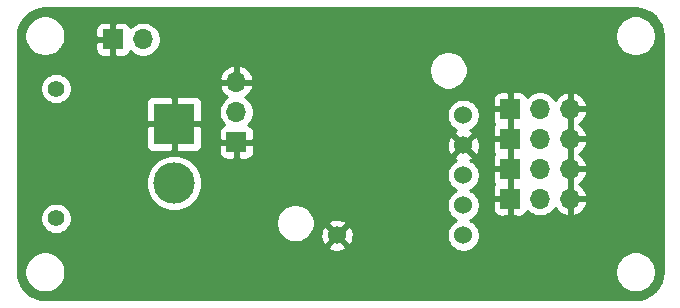
<source format=gbl>
G04 #@! TF.GenerationSoftware,KiCad,Pcbnew,(5.1.5)-3*
G04 #@! TF.CreationDate,2021-10-17T14:13:30-07:00*
G04 #@! TF.ProjectId,pololu_regulator_breakout,706f6c6f-6c75-45f7-9265-67756c61746f,rev?*
G04 #@! TF.SameCoordinates,Original*
G04 #@! TF.FileFunction,Copper,L2,Bot*
G04 #@! TF.FilePolarity,Positive*
%FSLAX46Y46*%
G04 Gerber Fmt 4.6, Leading zero omitted, Abs format (unit mm)*
G04 Created by KiCad (PCBNEW (5.1.5)-3) date 2021-10-17 14:13:30*
%MOMM*%
%LPD*%
G04 APERTURE LIST*
%ADD10O,1.700000X1.700000*%
%ADD11R,1.700000X1.700000*%
%ADD12C,1.524000*%
%ADD13C,3.500000*%
%ADD14R,3.500000X3.500000*%
%ADD15C,1.400000*%
%ADD16C,0.800000*%
%ADD17C,0.254000*%
G04 APERTURE END LIST*
D10*
X128300000Y-70300000D03*
D11*
X125760000Y-70300000D03*
D12*
X155422600Y-86898480D03*
X155422600Y-84358480D03*
X155422600Y-81818480D03*
X155422600Y-79278480D03*
X155422600Y-76738480D03*
X144732600Y-86898480D03*
D10*
X164465000Y-76200000D03*
X161925000Y-76200000D03*
D11*
X159385000Y-76200000D03*
D10*
X164465000Y-78740000D03*
X161925000Y-78740000D03*
D11*
X159385000Y-78740000D03*
D10*
X164465000Y-81280000D03*
X161925000Y-81280000D03*
D11*
X159385000Y-81280000D03*
D10*
X164465000Y-83820000D03*
X161925000Y-83820000D03*
D11*
X159385000Y-83820000D03*
D13*
X130937000Y-82470000D03*
D14*
X130937000Y-77470000D03*
D15*
X120937000Y-85470000D03*
X120937000Y-74470000D03*
D10*
X136200000Y-73920000D03*
X136200000Y-76460000D03*
D11*
X136200000Y-79000000D03*
D16*
X164000000Y-87000000D03*
X170000000Y-83000000D03*
X170000000Y-77000000D03*
X164000000Y-70000000D03*
X157000000Y-70000000D03*
X149000000Y-70000000D03*
X149000000Y-80000000D03*
X142000000Y-80000000D03*
X142000000Y-74000000D03*
X154000000Y-91000000D03*
X149000000Y-85000000D03*
X126000000Y-85000000D03*
X126000000Y-80000000D03*
X126108500Y-74891500D03*
X121000000Y-80000000D03*
D17*
G36*
X170447063Y-67742168D02*
G01*
X170877097Y-67872003D01*
X171273724Y-68082892D01*
X171621831Y-68366801D01*
X171908169Y-68712923D01*
X172121822Y-69108068D01*
X172254656Y-69537184D01*
X172305001Y-70016186D01*
X172305000Y-89966009D01*
X172257832Y-90447063D01*
X172127997Y-90877097D01*
X171917108Y-91273723D01*
X171633197Y-91621832D01*
X171287074Y-91908170D01*
X170891931Y-92121823D01*
X170462817Y-92254656D01*
X169983824Y-92305000D01*
X120033991Y-92305000D01*
X119552937Y-92257832D01*
X119122903Y-92127997D01*
X118726277Y-91917108D01*
X118378168Y-91633197D01*
X118091830Y-91287074D01*
X117878177Y-90891931D01*
X117745344Y-90462817D01*
X117695000Y-89983824D01*
X117695000Y-89829117D01*
X118265000Y-89829117D01*
X118265000Y-90170883D01*
X118331675Y-90506081D01*
X118462463Y-90821831D01*
X118652337Y-91105998D01*
X118894002Y-91347663D01*
X119178169Y-91537537D01*
X119493919Y-91668325D01*
X119829117Y-91735000D01*
X120170883Y-91735000D01*
X120506081Y-91668325D01*
X120821831Y-91537537D01*
X121105998Y-91347663D01*
X121347663Y-91105998D01*
X121537537Y-90821831D01*
X121668325Y-90506081D01*
X121735000Y-90170883D01*
X121735000Y-89829117D01*
X168265000Y-89829117D01*
X168265000Y-90170883D01*
X168331675Y-90506081D01*
X168462463Y-90821831D01*
X168652337Y-91105998D01*
X168894002Y-91347663D01*
X169178169Y-91537537D01*
X169493919Y-91668325D01*
X169829117Y-91735000D01*
X170170883Y-91735000D01*
X170506081Y-91668325D01*
X170821831Y-91537537D01*
X171105998Y-91347663D01*
X171347663Y-91105998D01*
X171537537Y-90821831D01*
X171668325Y-90506081D01*
X171735000Y-90170883D01*
X171735000Y-89829117D01*
X171668325Y-89493919D01*
X171537537Y-89178169D01*
X171347663Y-88894002D01*
X171105998Y-88652337D01*
X170821831Y-88462463D01*
X170506081Y-88331675D01*
X170170883Y-88265000D01*
X169829117Y-88265000D01*
X169493919Y-88331675D01*
X169178169Y-88462463D01*
X168894002Y-88652337D01*
X168652337Y-88894002D01*
X168462463Y-89178169D01*
X168331675Y-89493919D01*
X168265000Y-89829117D01*
X121735000Y-89829117D01*
X121668325Y-89493919D01*
X121537537Y-89178169D01*
X121347663Y-88894002D01*
X121105998Y-88652337D01*
X120821831Y-88462463D01*
X120506081Y-88331675D01*
X120170883Y-88265000D01*
X119829117Y-88265000D01*
X119493919Y-88331675D01*
X119178169Y-88462463D01*
X118894002Y-88652337D01*
X118652337Y-88894002D01*
X118462463Y-89178169D01*
X118331675Y-89493919D01*
X118265000Y-89829117D01*
X117695000Y-89829117D01*
X117695000Y-87864045D01*
X143946640Y-87864045D01*
X144013620Y-88104136D01*
X144262648Y-88221236D01*
X144529735Y-88287503D01*
X144804617Y-88300390D01*
X145076733Y-88259402D01*
X145335623Y-88166116D01*
X145451580Y-88104136D01*
X145518560Y-87864045D01*
X144732600Y-87078085D01*
X143946640Y-87864045D01*
X117695000Y-87864045D01*
X117695000Y-85338514D01*
X119602000Y-85338514D01*
X119602000Y-85601486D01*
X119653304Y-85859405D01*
X119753939Y-86102359D01*
X119900038Y-86321013D01*
X120085987Y-86506962D01*
X120304641Y-86653061D01*
X120547595Y-86753696D01*
X120805514Y-86805000D01*
X121068486Y-86805000D01*
X121326405Y-86753696D01*
X121569359Y-86653061D01*
X121788013Y-86506962D01*
X121973962Y-86321013D01*
X122120061Y-86102359D01*
X122220696Y-85859405D01*
X122250922Y-85707447D01*
X139557600Y-85707447D01*
X139557600Y-86029513D01*
X139620432Y-86345392D01*
X139743682Y-86642943D01*
X139922613Y-86910732D01*
X140150348Y-87138467D01*
X140418137Y-87317398D01*
X140715688Y-87440648D01*
X141031567Y-87503480D01*
X141353633Y-87503480D01*
X141669512Y-87440648D01*
X141967063Y-87317398D01*
X142234852Y-87138467D01*
X142402822Y-86970497D01*
X143330690Y-86970497D01*
X143371678Y-87242613D01*
X143464964Y-87501503D01*
X143526944Y-87617460D01*
X143767035Y-87684440D01*
X144552995Y-86898480D01*
X144912205Y-86898480D01*
X145698165Y-87684440D01*
X145938256Y-87617460D01*
X146055356Y-87368432D01*
X146121623Y-87101345D01*
X146134510Y-86826463D01*
X146093522Y-86554347D01*
X146000236Y-86295457D01*
X145938256Y-86179500D01*
X145698165Y-86112520D01*
X144912205Y-86898480D01*
X144552995Y-86898480D01*
X143767035Y-86112520D01*
X143526944Y-86179500D01*
X143409844Y-86428528D01*
X143343577Y-86695615D01*
X143330690Y-86970497D01*
X142402822Y-86970497D01*
X142462587Y-86910732D01*
X142641518Y-86642943D01*
X142764768Y-86345392D01*
X142827600Y-86029513D01*
X142827600Y-85932915D01*
X143946640Y-85932915D01*
X144732600Y-86718875D01*
X145518560Y-85932915D01*
X145451580Y-85692824D01*
X145202552Y-85575724D01*
X144935465Y-85509457D01*
X144660583Y-85496570D01*
X144388467Y-85537558D01*
X144129577Y-85630844D01*
X144013620Y-85692824D01*
X143946640Y-85932915D01*
X142827600Y-85932915D01*
X142827600Y-85707447D01*
X142764768Y-85391568D01*
X142641518Y-85094017D01*
X142462587Y-84826228D01*
X142234852Y-84598493D01*
X141967063Y-84419562D01*
X141669512Y-84296312D01*
X141353633Y-84233480D01*
X141031567Y-84233480D01*
X140715688Y-84296312D01*
X140418137Y-84419562D01*
X140150348Y-84598493D01*
X139922613Y-84826228D01*
X139743682Y-85094017D01*
X139620432Y-85391568D01*
X139557600Y-85707447D01*
X122250922Y-85707447D01*
X122272000Y-85601486D01*
X122272000Y-85338514D01*
X122220696Y-85080595D01*
X122120061Y-84837641D01*
X121973962Y-84618987D01*
X121788013Y-84433038D01*
X121569359Y-84286939D01*
X121326405Y-84186304D01*
X121068486Y-84135000D01*
X120805514Y-84135000D01*
X120547595Y-84186304D01*
X120304641Y-84286939D01*
X120085987Y-84433038D01*
X119900038Y-84618987D01*
X119753939Y-84837641D01*
X119653304Y-85080595D01*
X119602000Y-85338514D01*
X117695000Y-85338514D01*
X117695000Y-82235098D01*
X128552000Y-82235098D01*
X128552000Y-82704902D01*
X128643654Y-83165679D01*
X128823440Y-83599721D01*
X129084450Y-83990349D01*
X129416651Y-84322550D01*
X129807279Y-84583560D01*
X130241321Y-84763346D01*
X130702098Y-84855000D01*
X131171902Y-84855000D01*
X131632679Y-84763346D01*
X132066721Y-84583560D01*
X132457349Y-84322550D01*
X132789550Y-83990349D01*
X133050560Y-83599721D01*
X133230346Y-83165679D01*
X133322000Y-82704902D01*
X133322000Y-82235098D01*
X133230346Y-81774321D01*
X133191645Y-81680888D01*
X154025600Y-81680888D01*
X154025600Y-81956072D01*
X154079286Y-82225970D01*
X154184595Y-82480207D01*
X154337480Y-82709015D01*
X154532065Y-82903600D01*
X154760873Y-83056485D01*
X154838115Y-83088480D01*
X154760873Y-83120475D01*
X154532065Y-83273360D01*
X154337480Y-83467945D01*
X154184595Y-83696753D01*
X154079286Y-83950990D01*
X154025600Y-84220888D01*
X154025600Y-84496072D01*
X154079286Y-84765970D01*
X154184595Y-85020207D01*
X154337480Y-85249015D01*
X154532065Y-85443600D01*
X154760873Y-85596485D01*
X154838115Y-85628480D01*
X154760873Y-85660475D01*
X154532065Y-85813360D01*
X154337480Y-86007945D01*
X154184595Y-86236753D01*
X154079286Y-86490990D01*
X154025600Y-86760888D01*
X154025600Y-87036072D01*
X154079286Y-87305970D01*
X154184595Y-87560207D01*
X154337480Y-87789015D01*
X154532065Y-87983600D01*
X154760873Y-88136485D01*
X155015110Y-88241794D01*
X155285008Y-88295480D01*
X155560192Y-88295480D01*
X155830090Y-88241794D01*
X156084327Y-88136485D01*
X156313135Y-87983600D01*
X156507720Y-87789015D01*
X156660605Y-87560207D01*
X156765914Y-87305970D01*
X156819600Y-87036072D01*
X156819600Y-86760888D01*
X156765914Y-86490990D01*
X156660605Y-86236753D01*
X156507720Y-86007945D01*
X156313135Y-85813360D01*
X156084327Y-85660475D01*
X156007085Y-85628480D01*
X156084327Y-85596485D01*
X156313135Y-85443600D01*
X156507720Y-85249015D01*
X156660605Y-85020207D01*
X156765914Y-84765970D01*
X156785003Y-84670000D01*
X157896928Y-84670000D01*
X157909188Y-84794482D01*
X157945498Y-84914180D01*
X158004463Y-85024494D01*
X158083815Y-85121185D01*
X158180506Y-85200537D01*
X158290820Y-85259502D01*
X158410518Y-85295812D01*
X158535000Y-85308072D01*
X159099250Y-85305000D01*
X159258000Y-85146250D01*
X159258000Y-83947000D01*
X158058750Y-83947000D01*
X157900000Y-84105750D01*
X157896928Y-84670000D01*
X156785003Y-84670000D01*
X156819600Y-84496072D01*
X156819600Y-84220888D01*
X156765914Y-83950990D01*
X156660605Y-83696753D01*
X156507720Y-83467945D01*
X156313135Y-83273360D01*
X156084327Y-83120475D01*
X156007085Y-83088480D01*
X156084327Y-83056485D01*
X156313135Y-82903600D01*
X156507720Y-82709015D01*
X156660605Y-82480207D01*
X156765914Y-82225970D01*
X156785003Y-82130000D01*
X157896928Y-82130000D01*
X157909188Y-82254482D01*
X157945498Y-82374180D01*
X158004463Y-82484494D01*
X158058222Y-82550000D01*
X158004463Y-82615506D01*
X157945498Y-82725820D01*
X157909188Y-82845518D01*
X157896928Y-82970000D01*
X157900000Y-83534250D01*
X158058750Y-83693000D01*
X159258000Y-83693000D01*
X159258000Y-81407000D01*
X158058750Y-81407000D01*
X157900000Y-81565750D01*
X157896928Y-82130000D01*
X156785003Y-82130000D01*
X156819600Y-81956072D01*
X156819600Y-81680888D01*
X156765914Y-81410990D01*
X156660605Y-81156753D01*
X156507720Y-80927945D01*
X156313135Y-80733360D01*
X156084327Y-80580475D01*
X156012657Y-80550788D01*
X156025623Y-80546116D01*
X156141580Y-80484136D01*
X156208560Y-80244045D01*
X155422600Y-79458085D01*
X154636640Y-80244045D01*
X154703620Y-80484136D01*
X154839360Y-80547965D01*
X154760873Y-80580475D01*
X154532065Y-80733360D01*
X154337480Y-80927945D01*
X154184595Y-81156753D01*
X154079286Y-81410990D01*
X154025600Y-81680888D01*
X133191645Y-81680888D01*
X133050560Y-81340279D01*
X132789550Y-80949651D01*
X132457349Y-80617450D01*
X132066721Y-80356440D01*
X131632679Y-80176654D01*
X131171902Y-80085000D01*
X130702098Y-80085000D01*
X130241321Y-80176654D01*
X129807279Y-80356440D01*
X129416651Y-80617450D01*
X129084450Y-80949651D01*
X128823440Y-81340279D01*
X128643654Y-81774321D01*
X128552000Y-82235098D01*
X117695000Y-82235098D01*
X117695000Y-79220000D01*
X128548928Y-79220000D01*
X128561188Y-79344482D01*
X128597498Y-79464180D01*
X128656463Y-79574494D01*
X128735815Y-79671185D01*
X128832506Y-79750537D01*
X128942820Y-79809502D01*
X129062518Y-79845812D01*
X129187000Y-79858072D01*
X130651250Y-79855000D01*
X130810000Y-79696250D01*
X130810000Y-77597000D01*
X131064000Y-77597000D01*
X131064000Y-79696250D01*
X131222750Y-79855000D01*
X132687000Y-79858072D01*
X132768959Y-79850000D01*
X134711928Y-79850000D01*
X134724188Y-79974482D01*
X134760498Y-80094180D01*
X134819463Y-80204494D01*
X134898815Y-80301185D01*
X134995506Y-80380537D01*
X135105820Y-80439502D01*
X135225518Y-80475812D01*
X135350000Y-80488072D01*
X135914250Y-80485000D01*
X136073000Y-80326250D01*
X136073000Y-79127000D01*
X136327000Y-79127000D01*
X136327000Y-80326250D01*
X136485750Y-80485000D01*
X137050000Y-80488072D01*
X137174482Y-80475812D01*
X137294180Y-80439502D01*
X137404494Y-80380537D01*
X137501185Y-80301185D01*
X137580537Y-80204494D01*
X137639502Y-80094180D01*
X137675812Y-79974482D01*
X137688072Y-79850000D01*
X137685353Y-79350497D01*
X154020690Y-79350497D01*
X154061678Y-79622613D01*
X154154964Y-79881503D01*
X154216944Y-79997460D01*
X154457035Y-80064440D01*
X155242995Y-79278480D01*
X155602205Y-79278480D01*
X156388165Y-80064440D01*
X156628256Y-79997460D01*
X156745356Y-79748432D01*
X156784664Y-79590000D01*
X157896928Y-79590000D01*
X157909188Y-79714482D01*
X157945498Y-79834180D01*
X158004463Y-79944494D01*
X158058222Y-80010000D01*
X158004463Y-80075506D01*
X157945498Y-80185820D01*
X157909188Y-80305518D01*
X157896928Y-80430000D01*
X157900000Y-80994250D01*
X158058750Y-81153000D01*
X159258000Y-81153000D01*
X159258000Y-78867000D01*
X158058750Y-78867000D01*
X157900000Y-79025750D01*
X157896928Y-79590000D01*
X156784664Y-79590000D01*
X156811623Y-79481345D01*
X156824510Y-79206463D01*
X156783522Y-78934347D01*
X156690236Y-78675457D01*
X156628256Y-78559500D01*
X156388165Y-78492520D01*
X155602205Y-79278480D01*
X155242995Y-79278480D01*
X154457035Y-78492520D01*
X154216944Y-78559500D01*
X154099844Y-78808528D01*
X154033577Y-79075615D01*
X154020690Y-79350497D01*
X137685353Y-79350497D01*
X137685000Y-79285750D01*
X137526250Y-79127000D01*
X136327000Y-79127000D01*
X136073000Y-79127000D01*
X134873750Y-79127000D01*
X134715000Y-79285750D01*
X134711928Y-79850000D01*
X132768959Y-79850000D01*
X132811482Y-79845812D01*
X132931180Y-79809502D01*
X133041494Y-79750537D01*
X133138185Y-79671185D01*
X133217537Y-79574494D01*
X133276502Y-79464180D01*
X133312812Y-79344482D01*
X133325072Y-79220000D01*
X133322828Y-78150000D01*
X134711928Y-78150000D01*
X134715000Y-78714250D01*
X134873750Y-78873000D01*
X136073000Y-78873000D01*
X136073000Y-78853000D01*
X136327000Y-78853000D01*
X136327000Y-78873000D01*
X137526250Y-78873000D01*
X137685000Y-78714250D01*
X137688072Y-78150000D01*
X137675812Y-78025518D01*
X137639502Y-77905820D01*
X137580537Y-77795506D01*
X137501185Y-77698815D01*
X137404494Y-77619463D01*
X137294180Y-77560498D01*
X137221620Y-77538487D01*
X137353475Y-77406632D01*
X137515990Y-77163411D01*
X137627932Y-76893158D01*
X137685000Y-76606260D01*
X137685000Y-76600888D01*
X154025600Y-76600888D01*
X154025600Y-76876072D01*
X154079286Y-77145970D01*
X154184595Y-77400207D01*
X154337480Y-77629015D01*
X154532065Y-77823600D01*
X154760873Y-77976485D01*
X154832543Y-78006172D01*
X154819577Y-78010844D01*
X154703620Y-78072824D01*
X154636640Y-78312915D01*
X155422600Y-79098875D01*
X156208560Y-78312915D01*
X156141580Y-78072824D01*
X156005840Y-78008995D01*
X156084327Y-77976485D01*
X156313135Y-77823600D01*
X156507720Y-77629015D01*
X156660605Y-77400207D01*
X156765914Y-77145970D01*
X156785003Y-77050000D01*
X157896928Y-77050000D01*
X157909188Y-77174482D01*
X157945498Y-77294180D01*
X158004463Y-77404494D01*
X158058222Y-77470000D01*
X158004463Y-77535506D01*
X157945498Y-77645820D01*
X157909188Y-77765518D01*
X157896928Y-77890000D01*
X157900000Y-78454250D01*
X158058750Y-78613000D01*
X159258000Y-78613000D01*
X159258000Y-76327000D01*
X158058750Y-76327000D01*
X157900000Y-76485750D01*
X157896928Y-77050000D01*
X156785003Y-77050000D01*
X156819600Y-76876072D01*
X156819600Y-76600888D01*
X156765914Y-76330990D01*
X156660605Y-76076753D01*
X156507720Y-75847945D01*
X156313135Y-75653360D01*
X156084327Y-75500475D01*
X155830090Y-75395166D01*
X155603025Y-75350000D01*
X157896928Y-75350000D01*
X157900000Y-75914250D01*
X158058750Y-76073000D01*
X159258000Y-76073000D01*
X159258000Y-74873750D01*
X159512000Y-74873750D01*
X159512000Y-76073000D01*
X159532000Y-76073000D01*
X159532000Y-76327000D01*
X159512000Y-76327000D01*
X159512000Y-78613000D01*
X159532000Y-78613000D01*
X159532000Y-78867000D01*
X159512000Y-78867000D01*
X159512000Y-81153000D01*
X159532000Y-81153000D01*
X159532000Y-81407000D01*
X159512000Y-81407000D01*
X159512000Y-83693000D01*
X159532000Y-83693000D01*
X159532000Y-83947000D01*
X159512000Y-83947000D01*
X159512000Y-85146250D01*
X159670750Y-85305000D01*
X160235000Y-85308072D01*
X160359482Y-85295812D01*
X160479180Y-85259502D01*
X160589494Y-85200537D01*
X160686185Y-85121185D01*
X160765537Y-85024494D01*
X160824502Y-84914180D01*
X160846513Y-84841620D01*
X160978368Y-84973475D01*
X161221589Y-85135990D01*
X161491842Y-85247932D01*
X161778740Y-85305000D01*
X162071260Y-85305000D01*
X162358158Y-85247932D01*
X162628411Y-85135990D01*
X162871632Y-84973475D01*
X163078475Y-84766632D01*
X163200195Y-84584466D01*
X163269822Y-84701355D01*
X163464731Y-84917588D01*
X163698080Y-85091641D01*
X163960901Y-85216825D01*
X164108110Y-85261476D01*
X164338000Y-85140155D01*
X164338000Y-83947000D01*
X164592000Y-83947000D01*
X164592000Y-85140155D01*
X164821890Y-85261476D01*
X164969099Y-85216825D01*
X165231920Y-85091641D01*
X165465269Y-84917588D01*
X165660178Y-84701355D01*
X165809157Y-84451252D01*
X165906481Y-84176891D01*
X165785814Y-83947000D01*
X164592000Y-83947000D01*
X164338000Y-83947000D01*
X164318000Y-83947000D01*
X164318000Y-83693000D01*
X164338000Y-83693000D01*
X164338000Y-81407000D01*
X164592000Y-81407000D01*
X164592000Y-83693000D01*
X165785814Y-83693000D01*
X165906481Y-83463109D01*
X165809157Y-83188748D01*
X165660178Y-82938645D01*
X165465269Y-82722412D01*
X165234120Y-82550000D01*
X165465269Y-82377588D01*
X165660178Y-82161355D01*
X165809157Y-81911252D01*
X165906481Y-81636891D01*
X165785814Y-81407000D01*
X164592000Y-81407000D01*
X164338000Y-81407000D01*
X164318000Y-81407000D01*
X164318000Y-81153000D01*
X164338000Y-81153000D01*
X164338000Y-78867000D01*
X164592000Y-78867000D01*
X164592000Y-81153000D01*
X165785814Y-81153000D01*
X165906481Y-80923109D01*
X165809157Y-80648748D01*
X165660178Y-80398645D01*
X165465269Y-80182412D01*
X165234120Y-80010000D01*
X165465269Y-79837588D01*
X165660178Y-79621355D01*
X165809157Y-79371252D01*
X165906481Y-79096891D01*
X165785814Y-78867000D01*
X164592000Y-78867000D01*
X164338000Y-78867000D01*
X164318000Y-78867000D01*
X164318000Y-78613000D01*
X164338000Y-78613000D01*
X164338000Y-76327000D01*
X164592000Y-76327000D01*
X164592000Y-78613000D01*
X165785814Y-78613000D01*
X165906481Y-78383109D01*
X165809157Y-78108748D01*
X165660178Y-77858645D01*
X165465269Y-77642412D01*
X165234120Y-77470000D01*
X165465269Y-77297588D01*
X165660178Y-77081355D01*
X165809157Y-76831252D01*
X165906481Y-76556891D01*
X165785814Y-76327000D01*
X164592000Y-76327000D01*
X164338000Y-76327000D01*
X164318000Y-76327000D01*
X164318000Y-76073000D01*
X164338000Y-76073000D01*
X164338000Y-74879845D01*
X164592000Y-74879845D01*
X164592000Y-76073000D01*
X165785814Y-76073000D01*
X165906481Y-75843109D01*
X165809157Y-75568748D01*
X165660178Y-75318645D01*
X165465269Y-75102412D01*
X165231920Y-74928359D01*
X164969099Y-74803175D01*
X164821890Y-74758524D01*
X164592000Y-74879845D01*
X164338000Y-74879845D01*
X164108110Y-74758524D01*
X163960901Y-74803175D01*
X163698080Y-74928359D01*
X163464731Y-75102412D01*
X163269822Y-75318645D01*
X163200195Y-75435534D01*
X163078475Y-75253368D01*
X162871632Y-75046525D01*
X162628411Y-74884010D01*
X162358158Y-74772068D01*
X162071260Y-74715000D01*
X161778740Y-74715000D01*
X161491842Y-74772068D01*
X161221589Y-74884010D01*
X160978368Y-75046525D01*
X160846513Y-75178380D01*
X160824502Y-75105820D01*
X160765537Y-74995506D01*
X160686185Y-74898815D01*
X160589494Y-74819463D01*
X160479180Y-74760498D01*
X160359482Y-74724188D01*
X160235000Y-74711928D01*
X159670750Y-74715000D01*
X159512000Y-74873750D01*
X159258000Y-74873750D01*
X159099250Y-74715000D01*
X158535000Y-74711928D01*
X158410518Y-74724188D01*
X158290820Y-74760498D01*
X158180506Y-74819463D01*
X158083815Y-74898815D01*
X158004463Y-74995506D01*
X157945498Y-75105820D01*
X157909188Y-75225518D01*
X157896928Y-75350000D01*
X155603025Y-75350000D01*
X155560192Y-75341480D01*
X155285008Y-75341480D01*
X155015110Y-75395166D01*
X154760873Y-75500475D01*
X154532065Y-75653360D01*
X154337480Y-75847945D01*
X154184595Y-76076753D01*
X154079286Y-76330990D01*
X154025600Y-76600888D01*
X137685000Y-76600888D01*
X137685000Y-76313740D01*
X137627932Y-76026842D01*
X137515990Y-75756589D01*
X137353475Y-75513368D01*
X137146632Y-75306525D01*
X136964466Y-75184805D01*
X137081355Y-75115178D01*
X137297588Y-74920269D01*
X137471641Y-74686920D01*
X137596825Y-74424099D01*
X137641476Y-74276890D01*
X137520155Y-74047000D01*
X136327000Y-74047000D01*
X136327000Y-74067000D01*
X136073000Y-74067000D01*
X136073000Y-74047000D01*
X134879845Y-74047000D01*
X134758524Y-74276890D01*
X134803175Y-74424099D01*
X134928359Y-74686920D01*
X135102412Y-74920269D01*
X135318645Y-75115178D01*
X135435534Y-75184805D01*
X135253368Y-75306525D01*
X135046525Y-75513368D01*
X134884010Y-75756589D01*
X134772068Y-76026842D01*
X134715000Y-76313740D01*
X134715000Y-76606260D01*
X134772068Y-76893158D01*
X134884010Y-77163411D01*
X135046525Y-77406632D01*
X135178380Y-77538487D01*
X135105820Y-77560498D01*
X134995506Y-77619463D01*
X134898815Y-77698815D01*
X134819463Y-77795506D01*
X134760498Y-77905820D01*
X134724188Y-78025518D01*
X134711928Y-78150000D01*
X133322828Y-78150000D01*
X133322000Y-77755750D01*
X133163250Y-77597000D01*
X131064000Y-77597000D01*
X130810000Y-77597000D01*
X128710750Y-77597000D01*
X128552000Y-77755750D01*
X128548928Y-79220000D01*
X117695000Y-79220000D01*
X117695000Y-74338514D01*
X119602000Y-74338514D01*
X119602000Y-74601486D01*
X119653304Y-74859405D01*
X119753939Y-75102359D01*
X119900038Y-75321013D01*
X120085987Y-75506962D01*
X120304641Y-75653061D01*
X120547595Y-75753696D01*
X120805514Y-75805000D01*
X121068486Y-75805000D01*
X121326405Y-75753696D01*
X121407754Y-75720000D01*
X128548928Y-75720000D01*
X128552000Y-77184250D01*
X128710750Y-77343000D01*
X130810000Y-77343000D01*
X130810000Y-75243750D01*
X131064000Y-75243750D01*
X131064000Y-77343000D01*
X133163250Y-77343000D01*
X133322000Y-77184250D01*
X133325072Y-75720000D01*
X133312812Y-75595518D01*
X133276502Y-75475820D01*
X133217537Y-75365506D01*
X133138185Y-75268815D01*
X133041494Y-75189463D01*
X132931180Y-75130498D01*
X132811482Y-75094188D01*
X132687000Y-75081928D01*
X131222750Y-75085000D01*
X131064000Y-75243750D01*
X130810000Y-75243750D01*
X130651250Y-75085000D01*
X129187000Y-75081928D01*
X129062518Y-75094188D01*
X128942820Y-75130498D01*
X128832506Y-75189463D01*
X128735815Y-75268815D01*
X128656463Y-75365506D01*
X128597498Y-75475820D01*
X128561188Y-75595518D01*
X128548928Y-75720000D01*
X121407754Y-75720000D01*
X121569359Y-75653061D01*
X121788013Y-75506962D01*
X121973962Y-75321013D01*
X122120061Y-75102359D01*
X122220696Y-74859405D01*
X122272000Y-74601486D01*
X122272000Y-74338514D01*
X122220696Y-74080595D01*
X122120061Y-73837641D01*
X121973962Y-73618987D01*
X121918085Y-73563110D01*
X134758524Y-73563110D01*
X134879845Y-73793000D01*
X136073000Y-73793000D01*
X136073000Y-72599186D01*
X136327000Y-72599186D01*
X136327000Y-73793000D01*
X137520155Y-73793000D01*
X137641476Y-73563110D01*
X137596825Y-73415901D01*
X137471641Y-73153080D01*
X137297588Y-72919731D01*
X137128644Y-72767447D01*
X152517600Y-72767447D01*
X152517600Y-73089513D01*
X152580432Y-73405392D01*
X152703682Y-73702943D01*
X152882613Y-73970732D01*
X153110348Y-74198467D01*
X153378137Y-74377398D01*
X153675688Y-74500648D01*
X153991567Y-74563480D01*
X154313633Y-74563480D01*
X154629512Y-74500648D01*
X154927063Y-74377398D01*
X155194852Y-74198467D01*
X155422587Y-73970732D01*
X155601518Y-73702943D01*
X155724768Y-73405392D01*
X155787600Y-73089513D01*
X155787600Y-72767447D01*
X155724768Y-72451568D01*
X155601518Y-72154017D01*
X155422587Y-71886228D01*
X155194852Y-71658493D01*
X154927063Y-71479562D01*
X154629512Y-71356312D01*
X154313633Y-71293480D01*
X153991567Y-71293480D01*
X153675688Y-71356312D01*
X153378137Y-71479562D01*
X153110348Y-71658493D01*
X152882613Y-71886228D01*
X152703682Y-72154017D01*
X152580432Y-72451568D01*
X152517600Y-72767447D01*
X137128644Y-72767447D01*
X137081355Y-72724822D01*
X136831252Y-72575843D01*
X136556891Y-72478519D01*
X136327000Y-72599186D01*
X136073000Y-72599186D01*
X135843109Y-72478519D01*
X135568748Y-72575843D01*
X135318645Y-72724822D01*
X135102412Y-72919731D01*
X134928359Y-73153080D01*
X134803175Y-73415901D01*
X134758524Y-73563110D01*
X121918085Y-73563110D01*
X121788013Y-73433038D01*
X121569359Y-73286939D01*
X121326405Y-73186304D01*
X121068486Y-73135000D01*
X120805514Y-73135000D01*
X120547595Y-73186304D01*
X120304641Y-73286939D01*
X120085987Y-73433038D01*
X119900038Y-73618987D01*
X119753939Y-73837641D01*
X119653304Y-74080595D01*
X119602000Y-74338514D01*
X117695000Y-74338514D01*
X117695000Y-70033992D01*
X117715088Y-69829117D01*
X118265000Y-69829117D01*
X118265000Y-70170883D01*
X118331675Y-70506081D01*
X118462463Y-70821831D01*
X118652337Y-71105998D01*
X118894002Y-71347663D01*
X119178169Y-71537537D01*
X119493919Y-71668325D01*
X119829117Y-71735000D01*
X120170883Y-71735000D01*
X120506081Y-71668325D01*
X120821831Y-71537537D01*
X121105998Y-71347663D01*
X121303661Y-71150000D01*
X124271928Y-71150000D01*
X124284188Y-71274482D01*
X124320498Y-71394180D01*
X124379463Y-71504494D01*
X124458815Y-71601185D01*
X124555506Y-71680537D01*
X124665820Y-71739502D01*
X124785518Y-71775812D01*
X124910000Y-71788072D01*
X125474250Y-71785000D01*
X125633000Y-71626250D01*
X125633000Y-70427000D01*
X124433750Y-70427000D01*
X124275000Y-70585750D01*
X124271928Y-71150000D01*
X121303661Y-71150000D01*
X121347663Y-71105998D01*
X121537537Y-70821831D01*
X121668325Y-70506081D01*
X121735000Y-70170883D01*
X121735000Y-69829117D01*
X121668325Y-69493919D01*
X121650134Y-69450000D01*
X124271928Y-69450000D01*
X124275000Y-70014250D01*
X124433750Y-70173000D01*
X125633000Y-70173000D01*
X125633000Y-68973750D01*
X125887000Y-68973750D01*
X125887000Y-70173000D01*
X125907000Y-70173000D01*
X125907000Y-70427000D01*
X125887000Y-70427000D01*
X125887000Y-71626250D01*
X126045750Y-71785000D01*
X126610000Y-71788072D01*
X126734482Y-71775812D01*
X126854180Y-71739502D01*
X126964494Y-71680537D01*
X127061185Y-71601185D01*
X127140537Y-71504494D01*
X127199502Y-71394180D01*
X127221513Y-71321620D01*
X127353368Y-71453475D01*
X127596589Y-71615990D01*
X127866842Y-71727932D01*
X128153740Y-71785000D01*
X128446260Y-71785000D01*
X128733158Y-71727932D01*
X129003411Y-71615990D01*
X129246632Y-71453475D01*
X129453475Y-71246632D01*
X129615990Y-71003411D01*
X129727932Y-70733158D01*
X129785000Y-70446260D01*
X129785000Y-70153740D01*
X129727932Y-69866842D01*
X129712306Y-69829117D01*
X168265000Y-69829117D01*
X168265000Y-70170883D01*
X168331675Y-70506081D01*
X168462463Y-70821831D01*
X168652337Y-71105998D01*
X168894002Y-71347663D01*
X169178169Y-71537537D01*
X169493919Y-71668325D01*
X169829117Y-71735000D01*
X170170883Y-71735000D01*
X170506081Y-71668325D01*
X170821831Y-71537537D01*
X171105998Y-71347663D01*
X171347663Y-71105998D01*
X171537537Y-70821831D01*
X171668325Y-70506081D01*
X171735000Y-70170883D01*
X171735000Y-69829117D01*
X171668325Y-69493919D01*
X171537537Y-69178169D01*
X171347663Y-68894002D01*
X171105998Y-68652337D01*
X170821831Y-68462463D01*
X170506081Y-68331675D01*
X170170883Y-68265000D01*
X169829117Y-68265000D01*
X169493919Y-68331675D01*
X169178169Y-68462463D01*
X168894002Y-68652337D01*
X168652337Y-68894002D01*
X168462463Y-69178169D01*
X168331675Y-69493919D01*
X168265000Y-69829117D01*
X129712306Y-69829117D01*
X129615990Y-69596589D01*
X129453475Y-69353368D01*
X129246632Y-69146525D01*
X129003411Y-68984010D01*
X128733158Y-68872068D01*
X128446260Y-68815000D01*
X128153740Y-68815000D01*
X127866842Y-68872068D01*
X127596589Y-68984010D01*
X127353368Y-69146525D01*
X127221513Y-69278380D01*
X127199502Y-69205820D01*
X127140537Y-69095506D01*
X127061185Y-68998815D01*
X126964494Y-68919463D01*
X126854180Y-68860498D01*
X126734482Y-68824188D01*
X126610000Y-68811928D01*
X126045750Y-68815000D01*
X125887000Y-68973750D01*
X125633000Y-68973750D01*
X125474250Y-68815000D01*
X124910000Y-68811928D01*
X124785518Y-68824188D01*
X124665820Y-68860498D01*
X124555506Y-68919463D01*
X124458815Y-68998815D01*
X124379463Y-69095506D01*
X124320498Y-69205820D01*
X124284188Y-69325518D01*
X124271928Y-69450000D01*
X121650134Y-69450000D01*
X121537537Y-69178169D01*
X121347663Y-68894002D01*
X121105998Y-68652337D01*
X120821831Y-68462463D01*
X120506081Y-68331675D01*
X120170883Y-68265000D01*
X119829117Y-68265000D01*
X119493919Y-68331675D01*
X119178169Y-68462463D01*
X118894002Y-68652337D01*
X118652337Y-68894002D01*
X118462463Y-69178169D01*
X118331675Y-69493919D01*
X118265000Y-69829117D01*
X117715088Y-69829117D01*
X117742168Y-69552937D01*
X117872003Y-69122903D01*
X118082892Y-68726276D01*
X118366801Y-68378169D01*
X118712923Y-68091831D01*
X119108068Y-67878178D01*
X119537184Y-67745344D01*
X120016176Y-67695000D01*
X169966008Y-67695000D01*
X170447063Y-67742168D01*
G37*
X170447063Y-67742168D02*
X170877097Y-67872003D01*
X171273724Y-68082892D01*
X171621831Y-68366801D01*
X171908169Y-68712923D01*
X172121822Y-69108068D01*
X172254656Y-69537184D01*
X172305001Y-70016186D01*
X172305000Y-89966009D01*
X172257832Y-90447063D01*
X172127997Y-90877097D01*
X171917108Y-91273723D01*
X171633197Y-91621832D01*
X171287074Y-91908170D01*
X170891931Y-92121823D01*
X170462817Y-92254656D01*
X169983824Y-92305000D01*
X120033991Y-92305000D01*
X119552937Y-92257832D01*
X119122903Y-92127997D01*
X118726277Y-91917108D01*
X118378168Y-91633197D01*
X118091830Y-91287074D01*
X117878177Y-90891931D01*
X117745344Y-90462817D01*
X117695000Y-89983824D01*
X117695000Y-89829117D01*
X118265000Y-89829117D01*
X118265000Y-90170883D01*
X118331675Y-90506081D01*
X118462463Y-90821831D01*
X118652337Y-91105998D01*
X118894002Y-91347663D01*
X119178169Y-91537537D01*
X119493919Y-91668325D01*
X119829117Y-91735000D01*
X120170883Y-91735000D01*
X120506081Y-91668325D01*
X120821831Y-91537537D01*
X121105998Y-91347663D01*
X121347663Y-91105998D01*
X121537537Y-90821831D01*
X121668325Y-90506081D01*
X121735000Y-90170883D01*
X121735000Y-89829117D01*
X168265000Y-89829117D01*
X168265000Y-90170883D01*
X168331675Y-90506081D01*
X168462463Y-90821831D01*
X168652337Y-91105998D01*
X168894002Y-91347663D01*
X169178169Y-91537537D01*
X169493919Y-91668325D01*
X169829117Y-91735000D01*
X170170883Y-91735000D01*
X170506081Y-91668325D01*
X170821831Y-91537537D01*
X171105998Y-91347663D01*
X171347663Y-91105998D01*
X171537537Y-90821831D01*
X171668325Y-90506081D01*
X171735000Y-90170883D01*
X171735000Y-89829117D01*
X171668325Y-89493919D01*
X171537537Y-89178169D01*
X171347663Y-88894002D01*
X171105998Y-88652337D01*
X170821831Y-88462463D01*
X170506081Y-88331675D01*
X170170883Y-88265000D01*
X169829117Y-88265000D01*
X169493919Y-88331675D01*
X169178169Y-88462463D01*
X168894002Y-88652337D01*
X168652337Y-88894002D01*
X168462463Y-89178169D01*
X168331675Y-89493919D01*
X168265000Y-89829117D01*
X121735000Y-89829117D01*
X121668325Y-89493919D01*
X121537537Y-89178169D01*
X121347663Y-88894002D01*
X121105998Y-88652337D01*
X120821831Y-88462463D01*
X120506081Y-88331675D01*
X120170883Y-88265000D01*
X119829117Y-88265000D01*
X119493919Y-88331675D01*
X119178169Y-88462463D01*
X118894002Y-88652337D01*
X118652337Y-88894002D01*
X118462463Y-89178169D01*
X118331675Y-89493919D01*
X118265000Y-89829117D01*
X117695000Y-89829117D01*
X117695000Y-87864045D01*
X143946640Y-87864045D01*
X144013620Y-88104136D01*
X144262648Y-88221236D01*
X144529735Y-88287503D01*
X144804617Y-88300390D01*
X145076733Y-88259402D01*
X145335623Y-88166116D01*
X145451580Y-88104136D01*
X145518560Y-87864045D01*
X144732600Y-87078085D01*
X143946640Y-87864045D01*
X117695000Y-87864045D01*
X117695000Y-85338514D01*
X119602000Y-85338514D01*
X119602000Y-85601486D01*
X119653304Y-85859405D01*
X119753939Y-86102359D01*
X119900038Y-86321013D01*
X120085987Y-86506962D01*
X120304641Y-86653061D01*
X120547595Y-86753696D01*
X120805514Y-86805000D01*
X121068486Y-86805000D01*
X121326405Y-86753696D01*
X121569359Y-86653061D01*
X121788013Y-86506962D01*
X121973962Y-86321013D01*
X122120061Y-86102359D01*
X122220696Y-85859405D01*
X122250922Y-85707447D01*
X139557600Y-85707447D01*
X139557600Y-86029513D01*
X139620432Y-86345392D01*
X139743682Y-86642943D01*
X139922613Y-86910732D01*
X140150348Y-87138467D01*
X140418137Y-87317398D01*
X140715688Y-87440648D01*
X141031567Y-87503480D01*
X141353633Y-87503480D01*
X141669512Y-87440648D01*
X141967063Y-87317398D01*
X142234852Y-87138467D01*
X142402822Y-86970497D01*
X143330690Y-86970497D01*
X143371678Y-87242613D01*
X143464964Y-87501503D01*
X143526944Y-87617460D01*
X143767035Y-87684440D01*
X144552995Y-86898480D01*
X144912205Y-86898480D01*
X145698165Y-87684440D01*
X145938256Y-87617460D01*
X146055356Y-87368432D01*
X146121623Y-87101345D01*
X146134510Y-86826463D01*
X146093522Y-86554347D01*
X146000236Y-86295457D01*
X145938256Y-86179500D01*
X145698165Y-86112520D01*
X144912205Y-86898480D01*
X144552995Y-86898480D01*
X143767035Y-86112520D01*
X143526944Y-86179500D01*
X143409844Y-86428528D01*
X143343577Y-86695615D01*
X143330690Y-86970497D01*
X142402822Y-86970497D01*
X142462587Y-86910732D01*
X142641518Y-86642943D01*
X142764768Y-86345392D01*
X142827600Y-86029513D01*
X142827600Y-85932915D01*
X143946640Y-85932915D01*
X144732600Y-86718875D01*
X145518560Y-85932915D01*
X145451580Y-85692824D01*
X145202552Y-85575724D01*
X144935465Y-85509457D01*
X144660583Y-85496570D01*
X144388467Y-85537558D01*
X144129577Y-85630844D01*
X144013620Y-85692824D01*
X143946640Y-85932915D01*
X142827600Y-85932915D01*
X142827600Y-85707447D01*
X142764768Y-85391568D01*
X142641518Y-85094017D01*
X142462587Y-84826228D01*
X142234852Y-84598493D01*
X141967063Y-84419562D01*
X141669512Y-84296312D01*
X141353633Y-84233480D01*
X141031567Y-84233480D01*
X140715688Y-84296312D01*
X140418137Y-84419562D01*
X140150348Y-84598493D01*
X139922613Y-84826228D01*
X139743682Y-85094017D01*
X139620432Y-85391568D01*
X139557600Y-85707447D01*
X122250922Y-85707447D01*
X122272000Y-85601486D01*
X122272000Y-85338514D01*
X122220696Y-85080595D01*
X122120061Y-84837641D01*
X121973962Y-84618987D01*
X121788013Y-84433038D01*
X121569359Y-84286939D01*
X121326405Y-84186304D01*
X121068486Y-84135000D01*
X120805514Y-84135000D01*
X120547595Y-84186304D01*
X120304641Y-84286939D01*
X120085987Y-84433038D01*
X119900038Y-84618987D01*
X119753939Y-84837641D01*
X119653304Y-85080595D01*
X119602000Y-85338514D01*
X117695000Y-85338514D01*
X117695000Y-82235098D01*
X128552000Y-82235098D01*
X128552000Y-82704902D01*
X128643654Y-83165679D01*
X128823440Y-83599721D01*
X129084450Y-83990349D01*
X129416651Y-84322550D01*
X129807279Y-84583560D01*
X130241321Y-84763346D01*
X130702098Y-84855000D01*
X131171902Y-84855000D01*
X131632679Y-84763346D01*
X132066721Y-84583560D01*
X132457349Y-84322550D01*
X132789550Y-83990349D01*
X133050560Y-83599721D01*
X133230346Y-83165679D01*
X133322000Y-82704902D01*
X133322000Y-82235098D01*
X133230346Y-81774321D01*
X133191645Y-81680888D01*
X154025600Y-81680888D01*
X154025600Y-81956072D01*
X154079286Y-82225970D01*
X154184595Y-82480207D01*
X154337480Y-82709015D01*
X154532065Y-82903600D01*
X154760873Y-83056485D01*
X154838115Y-83088480D01*
X154760873Y-83120475D01*
X154532065Y-83273360D01*
X154337480Y-83467945D01*
X154184595Y-83696753D01*
X154079286Y-83950990D01*
X154025600Y-84220888D01*
X154025600Y-84496072D01*
X154079286Y-84765970D01*
X154184595Y-85020207D01*
X154337480Y-85249015D01*
X154532065Y-85443600D01*
X154760873Y-85596485D01*
X154838115Y-85628480D01*
X154760873Y-85660475D01*
X154532065Y-85813360D01*
X154337480Y-86007945D01*
X154184595Y-86236753D01*
X154079286Y-86490990D01*
X154025600Y-86760888D01*
X154025600Y-87036072D01*
X154079286Y-87305970D01*
X154184595Y-87560207D01*
X154337480Y-87789015D01*
X154532065Y-87983600D01*
X154760873Y-88136485D01*
X155015110Y-88241794D01*
X155285008Y-88295480D01*
X155560192Y-88295480D01*
X155830090Y-88241794D01*
X156084327Y-88136485D01*
X156313135Y-87983600D01*
X156507720Y-87789015D01*
X156660605Y-87560207D01*
X156765914Y-87305970D01*
X156819600Y-87036072D01*
X156819600Y-86760888D01*
X156765914Y-86490990D01*
X156660605Y-86236753D01*
X156507720Y-86007945D01*
X156313135Y-85813360D01*
X156084327Y-85660475D01*
X156007085Y-85628480D01*
X156084327Y-85596485D01*
X156313135Y-85443600D01*
X156507720Y-85249015D01*
X156660605Y-85020207D01*
X156765914Y-84765970D01*
X156785003Y-84670000D01*
X157896928Y-84670000D01*
X157909188Y-84794482D01*
X157945498Y-84914180D01*
X158004463Y-85024494D01*
X158083815Y-85121185D01*
X158180506Y-85200537D01*
X158290820Y-85259502D01*
X158410518Y-85295812D01*
X158535000Y-85308072D01*
X159099250Y-85305000D01*
X159258000Y-85146250D01*
X159258000Y-83947000D01*
X158058750Y-83947000D01*
X157900000Y-84105750D01*
X157896928Y-84670000D01*
X156785003Y-84670000D01*
X156819600Y-84496072D01*
X156819600Y-84220888D01*
X156765914Y-83950990D01*
X156660605Y-83696753D01*
X156507720Y-83467945D01*
X156313135Y-83273360D01*
X156084327Y-83120475D01*
X156007085Y-83088480D01*
X156084327Y-83056485D01*
X156313135Y-82903600D01*
X156507720Y-82709015D01*
X156660605Y-82480207D01*
X156765914Y-82225970D01*
X156785003Y-82130000D01*
X157896928Y-82130000D01*
X157909188Y-82254482D01*
X157945498Y-82374180D01*
X158004463Y-82484494D01*
X158058222Y-82550000D01*
X158004463Y-82615506D01*
X157945498Y-82725820D01*
X157909188Y-82845518D01*
X157896928Y-82970000D01*
X157900000Y-83534250D01*
X158058750Y-83693000D01*
X159258000Y-83693000D01*
X159258000Y-81407000D01*
X158058750Y-81407000D01*
X157900000Y-81565750D01*
X157896928Y-82130000D01*
X156785003Y-82130000D01*
X156819600Y-81956072D01*
X156819600Y-81680888D01*
X156765914Y-81410990D01*
X156660605Y-81156753D01*
X156507720Y-80927945D01*
X156313135Y-80733360D01*
X156084327Y-80580475D01*
X156012657Y-80550788D01*
X156025623Y-80546116D01*
X156141580Y-80484136D01*
X156208560Y-80244045D01*
X155422600Y-79458085D01*
X154636640Y-80244045D01*
X154703620Y-80484136D01*
X154839360Y-80547965D01*
X154760873Y-80580475D01*
X154532065Y-80733360D01*
X154337480Y-80927945D01*
X154184595Y-81156753D01*
X154079286Y-81410990D01*
X154025600Y-81680888D01*
X133191645Y-81680888D01*
X133050560Y-81340279D01*
X132789550Y-80949651D01*
X132457349Y-80617450D01*
X132066721Y-80356440D01*
X131632679Y-80176654D01*
X131171902Y-80085000D01*
X130702098Y-80085000D01*
X130241321Y-80176654D01*
X129807279Y-80356440D01*
X129416651Y-80617450D01*
X129084450Y-80949651D01*
X128823440Y-81340279D01*
X128643654Y-81774321D01*
X128552000Y-82235098D01*
X117695000Y-82235098D01*
X117695000Y-79220000D01*
X128548928Y-79220000D01*
X128561188Y-79344482D01*
X128597498Y-79464180D01*
X128656463Y-79574494D01*
X128735815Y-79671185D01*
X128832506Y-79750537D01*
X128942820Y-79809502D01*
X129062518Y-79845812D01*
X129187000Y-79858072D01*
X130651250Y-79855000D01*
X130810000Y-79696250D01*
X130810000Y-77597000D01*
X131064000Y-77597000D01*
X131064000Y-79696250D01*
X131222750Y-79855000D01*
X132687000Y-79858072D01*
X132768959Y-79850000D01*
X134711928Y-79850000D01*
X134724188Y-79974482D01*
X134760498Y-80094180D01*
X134819463Y-80204494D01*
X134898815Y-80301185D01*
X134995506Y-80380537D01*
X135105820Y-80439502D01*
X135225518Y-80475812D01*
X135350000Y-80488072D01*
X135914250Y-80485000D01*
X136073000Y-80326250D01*
X136073000Y-79127000D01*
X136327000Y-79127000D01*
X136327000Y-80326250D01*
X136485750Y-80485000D01*
X137050000Y-80488072D01*
X137174482Y-80475812D01*
X137294180Y-80439502D01*
X137404494Y-80380537D01*
X137501185Y-80301185D01*
X137580537Y-80204494D01*
X137639502Y-80094180D01*
X137675812Y-79974482D01*
X137688072Y-79850000D01*
X137685353Y-79350497D01*
X154020690Y-79350497D01*
X154061678Y-79622613D01*
X154154964Y-79881503D01*
X154216944Y-79997460D01*
X154457035Y-80064440D01*
X155242995Y-79278480D01*
X155602205Y-79278480D01*
X156388165Y-80064440D01*
X156628256Y-79997460D01*
X156745356Y-79748432D01*
X156784664Y-79590000D01*
X157896928Y-79590000D01*
X157909188Y-79714482D01*
X157945498Y-79834180D01*
X158004463Y-79944494D01*
X158058222Y-80010000D01*
X158004463Y-80075506D01*
X157945498Y-80185820D01*
X157909188Y-80305518D01*
X157896928Y-80430000D01*
X157900000Y-80994250D01*
X158058750Y-81153000D01*
X159258000Y-81153000D01*
X159258000Y-78867000D01*
X158058750Y-78867000D01*
X157900000Y-79025750D01*
X157896928Y-79590000D01*
X156784664Y-79590000D01*
X156811623Y-79481345D01*
X156824510Y-79206463D01*
X156783522Y-78934347D01*
X156690236Y-78675457D01*
X156628256Y-78559500D01*
X156388165Y-78492520D01*
X155602205Y-79278480D01*
X155242995Y-79278480D01*
X154457035Y-78492520D01*
X154216944Y-78559500D01*
X154099844Y-78808528D01*
X154033577Y-79075615D01*
X154020690Y-79350497D01*
X137685353Y-79350497D01*
X137685000Y-79285750D01*
X137526250Y-79127000D01*
X136327000Y-79127000D01*
X136073000Y-79127000D01*
X134873750Y-79127000D01*
X134715000Y-79285750D01*
X134711928Y-79850000D01*
X132768959Y-79850000D01*
X132811482Y-79845812D01*
X132931180Y-79809502D01*
X133041494Y-79750537D01*
X133138185Y-79671185D01*
X133217537Y-79574494D01*
X133276502Y-79464180D01*
X133312812Y-79344482D01*
X133325072Y-79220000D01*
X133322828Y-78150000D01*
X134711928Y-78150000D01*
X134715000Y-78714250D01*
X134873750Y-78873000D01*
X136073000Y-78873000D01*
X136073000Y-78853000D01*
X136327000Y-78853000D01*
X136327000Y-78873000D01*
X137526250Y-78873000D01*
X137685000Y-78714250D01*
X137688072Y-78150000D01*
X137675812Y-78025518D01*
X137639502Y-77905820D01*
X137580537Y-77795506D01*
X137501185Y-77698815D01*
X137404494Y-77619463D01*
X137294180Y-77560498D01*
X137221620Y-77538487D01*
X137353475Y-77406632D01*
X137515990Y-77163411D01*
X137627932Y-76893158D01*
X137685000Y-76606260D01*
X137685000Y-76600888D01*
X154025600Y-76600888D01*
X154025600Y-76876072D01*
X154079286Y-77145970D01*
X154184595Y-77400207D01*
X154337480Y-77629015D01*
X154532065Y-77823600D01*
X154760873Y-77976485D01*
X154832543Y-78006172D01*
X154819577Y-78010844D01*
X154703620Y-78072824D01*
X154636640Y-78312915D01*
X155422600Y-79098875D01*
X156208560Y-78312915D01*
X156141580Y-78072824D01*
X156005840Y-78008995D01*
X156084327Y-77976485D01*
X156313135Y-77823600D01*
X156507720Y-77629015D01*
X156660605Y-77400207D01*
X156765914Y-77145970D01*
X156785003Y-77050000D01*
X157896928Y-77050000D01*
X157909188Y-77174482D01*
X157945498Y-77294180D01*
X158004463Y-77404494D01*
X158058222Y-77470000D01*
X158004463Y-77535506D01*
X157945498Y-77645820D01*
X157909188Y-77765518D01*
X157896928Y-77890000D01*
X157900000Y-78454250D01*
X158058750Y-78613000D01*
X159258000Y-78613000D01*
X159258000Y-76327000D01*
X158058750Y-76327000D01*
X157900000Y-76485750D01*
X157896928Y-77050000D01*
X156785003Y-77050000D01*
X156819600Y-76876072D01*
X156819600Y-76600888D01*
X156765914Y-76330990D01*
X156660605Y-76076753D01*
X156507720Y-75847945D01*
X156313135Y-75653360D01*
X156084327Y-75500475D01*
X155830090Y-75395166D01*
X155603025Y-75350000D01*
X157896928Y-75350000D01*
X157900000Y-75914250D01*
X158058750Y-76073000D01*
X159258000Y-76073000D01*
X159258000Y-74873750D01*
X159512000Y-74873750D01*
X159512000Y-76073000D01*
X159532000Y-76073000D01*
X159532000Y-76327000D01*
X159512000Y-76327000D01*
X159512000Y-78613000D01*
X159532000Y-78613000D01*
X159532000Y-78867000D01*
X159512000Y-78867000D01*
X159512000Y-81153000D01*
X159532000Y-81153000D01*
X159532000Y-81407000D01*
X159512000Y-81407000D01*
X159512000Y-83693000D01*
X159532000Y-83693000D01*
X159532000Y-83947000D01*
X159512000Y-83947000D01*
X159512000Y-85146250D01*
X159670750Y-85305000D01*
X160235000Y-85308072D01*
X160359482Y-85295812D01*
X160479180Y-85259502D01*
X160589494Y-85200537D01*
X160686185Y-85121185D01*
X160765537Y-85024494D01*
X160824502Y-84914180D01*
X160846513Y-84841620D01*
X160978368Y-84973475D01*
X161221589Y-85135990D01*
X161491842Y-85247932D01*
X161778740Y-85305000D01*
X162071260Y-85305000D01*
X162358158Y-85247932D01*
X162628411Y-85135990D01*
X162871632Y-84973475D01*
X163078475Y-84766632D01*
X163200195Y-84584466D01*
X163269822Y-84701355D01*
X163464731Y-84917588D01*
X163698080Y-85091641D01*
X163960901Y-85216825D01*
X164108110Y-85261476D01*
X164338000Y-85140155D01*
X164338000Y-83947000D01*
X164592000Y-83947000D01*
X164592000Y-85140155D01*
X164821890Y-85261476D01*
X164969099Y-85216825D01*
X165231920Y-85091641D01*
X165465269Y-84917588D01*
X165660178Y-84701355D01*
X165809157Y-84451252D01*
X165906481Y-84176891D01*
X165785814Y-83947000D01*
X164592000Y-83947000D01*
X164338000Y-83947000D01*
X164318000Y-83947000D01*
X164318000Y-83693000D01*
X164338000Y-83693000D01*
X164338000Y-81407000D01*
X164592000Y-81407000D01*
X164592000Y-83693000D01*
X165785814Y-83693000D01*
X165906481Y-83463109D01*
X165809157Y-83188748D01*
X165660178Y-82938645D01*
X165465269Y-82722412D01*
X165234120Y-82550000D01*
X165465269Y-82377588D01*
X165660178Y-82161355D01*
X165809157Y-81911252D01*
X165906481Y-81636891D01*
X165785814Y-81407000D01*
X164592000Y-81407000D01*
X164338000Y-81407000D01*
X164318000Y-81407000D01*
X164318000Y-81153000D01*
X164338000Y-81153000D01*
X164338000Y-78867000D01*
X164592000Y-78867000D01*
X164592000Y-81153000D01*
X165785814Y-81153000D01*
X165906481Y-80923109D01*
X165809157Y-80648748D01*
X165660178Y-80398645D01*
X165465269Y-80182412D01*
X165234120Y-80010000D01*
X165465269Y-79837588D01*
X165660178Y-79621355D01*
X165809157Y-79371252D01*
X165906481Y-79096891D01*
X165785814Y-78867000D01*
X164592000Y-78867000D01*
X164338000Y-78867000D01*
X164318000Y-78867000D01*
X164318000Y-78613000D01*
X164338000Y-78613000D01*
X164338000Y-76327000D01*
X164592000Y-76327000D01*
X164592000Y-78613000D01*
X165785814Y-78613000D01*
X165906481Y-78383109D01*
X165809157Y-78108748D01*
X165660178Y-77858645D01*
X165465269Y-77642412D01*
X165234120Y-77470000D01*
X165465269Y-77297588D01*
X165660178Y-77081355D01*
X165809157Y-76831252D01*
X165906481Y-76556891D01*
X165785814Y-76327000D01*
X164592000Y-76327000D01*
X164338000Y-76327000D01*
X164318000Y-76327000D01*
X164318000Y-76073000D01*
X164338000Y-76073000D01*
X164338000Y-74879845D01*
X164592000Y-74879845D01*
X164592000Y-76073000D01*
X165785814Y-76073000D01*
X165906481Y-75843109D01*
X165809157Y-75568748D01*
X165660178Y-75318645D01*
X165465269Y-75102412D01*
X165231920Y-74928359D01*
X164969099Y-74803175D01*
X164821890Y-74758524D01*
X164592000Y-74879845D01*
X164338000Y-74879845D01*
X164108110Y-74758524D01*
X163960901Y-74803175D01*
X163698080Y-74928359D01*
X163464731Y-75102412D01*
X163269822Y-75318645D01*
X163200195Y-75435534D01*
X163078475Y-75253368D01*
X162871632Y-75046525D01*
X162628411Y-74884010D01*
X162358158Y-74772068D01*
X162071260Y-74715000D01*
X161778740Y-74715000D01*
X161491842Y-74772068D01*
X161221589Y-74884010D01*
X160978368Y-75046525D01*
X160846513Y-75178380D01*
X160824502Y-75105820D01*
X160765537Y-74995506D01*
X160686185Y-74898815D01*
X160589494Y-74819463D01*
X160479180Y-74760498D01*
X160359482Y-74724188D01*
X160235000Y-74711928D01*
X159670750Y-74715000D01*
X159512000Y-74873750D01*
X159258000Y-74873750D01*
X159099250Y-74715000D01*
X158535000Y-74711928D01*
X158410518Y-74724188D01*
X158290820Y-74760498D01*
X158180506Y-74819463D01*
X158083815Y-74898815D01*
X158004463Y-74995506D01*
X157945498Y-75105820D01*
X157909188Y-75225518D01*
X157896928Y-75350000D01*
X155603025Y-75350000D01*
X155560192Y-75341480D01*
X155285008Y-75341480D01*
X155015110Y-75395166D01*
X154760873Y-75500475D01*
X154532065Y-75653360D01*
X154337480Y-75847945D01*
X154184595Y-76076753D01*
X154079286Y-76330990D01*
X154025600Y-76600888D01*
X137685000Y-76600888D01*
X137685000Y-76313740D01*
X137627932Y-76026842D01*
X137515990Y-75756589D01*
X137353475Y-75513368D01*
X137146632Y-75306525D01*
X136964466Y-75184805D01*
X137081355Y-75115178D01*
X137297588Y-74920269D01*
X137471641Y-74686920D01*
X137596825Y-74424099D01*
X137641476Y-74276890D01*
X137520155Y-74047000D01*
X136327000Y-74047000D01*
X136327000Y-74067000D01*
X136073000Y-74067000D01*
X136073000Y-74047000D01*
X134879845Y-74047000D01*
X134758524Y-74276890D01*
X134803175Y-74424099D01*
X134928359Y-74686920D01*
X135102412Y-74920269D01*
X135318645Y-75115178D01*
X135435534Y-75184805D01*
X135253368Y-75306525D01*
X135046525Y-75513368D01*
X134884010Y-75756589D01*
X134772068Y-76026842D01*
X134715000Y-76313740D01*
X134715000Y-76606260D01*
X134772068Y-76893158D01*
X134884010Y-77163411D01*
X135046525Y-77406632D01*
X135178380Y-77538487D01*
X135105820Y-77560498D01*
X134995506Y-77619463D01*
X134898815Y-77698815D01*
X134819463Y-77795506D01*
X134760498Y-77905820D01*
X134724188Y-78025518D01*
X134711928Y-78150000D01*
X133322828Y-78150000D01*
X133322000Y-77755750D01*
X133163250Y-77597000D01*
X131064000Y-77597000D01*
X130810000Y-77597000D01*
X128710750Y-77597000D01*
X128552000Y-77755750D01*
X128548928Y-79220000D01*
X117695000Y-79220000D01*
X117695000Y-74338514D01*
X119602000Y-74338514D01*
X119602000Y-74601486D01*
X119653304Y-74859405D01*
X119753939Y-75102359D01*
X119900038Y-75321013D01*
X120085987Y-75506962D01*
X120304641Y-75653061D01*
X120547595Y-75753696D01*
X120805514Y-75805000D01*
X121068486Y-75805000D01*
X121326405Y-75753696D01*
X121407754Y-75720000D01*
X128548928Y-75720000D01*
X128552000Y-77184250D01*
X128710750Y-77343000D01*
X130810000Y-77343000D01*
X130810000Y-75243750D01*
X131064000Y-75243750D01*
X131064000Y-77343000D01*
X133163250Y-77343000D01*
X133322000Y-77184250D01*
X133325072Y-75720000D01*
X133312812Y-75595518D01*
X133276502Y-75475820D01*
X133217537Y-75365506D01*
X133138185Y-75268815D01*
X133041494Y-75189463D01*
X132931180Y-75130498D01*
X132811482Y-75094188D01*
X132687000Y-75081928D01*
X131222750Y-75085000D01*
X131064000Y-75243750D01*
X130810000Y-75243750D01*
X130651250Y-75085000D01*
X129187000Y-75081928D01*
X129062518Y-75094188D01*
X128942820Y-75130498D01*
X128832506Y-75189463D01*
X128735815Y-75268815D01*
X128656463Y-75365506D01*
X128597498Y-75475820D01*
X128561188Y-75595518D01*
X128548928Y-75720000D01*
X121407754Y-75720000D01*
X121569359Y-75653061D01*
X121788013Y-75506962D01*
X121973962Y-75321013D01*
X122120061Y-75102359D01*
X122220696Y-74859405D01*
X122272000Y-74601486D01*
X122272000Y-74338514D01*
X122220696Y-74080595D01*
X122120061Y-73837641D01*
X121973962Y-73618987D01*
X121918085Y-73563110D01*
X134758524Y-73563110D01*
X134879845Y-73793000D01*
X136073000Y-73793000D01*
X136073000Y-72599186D01*
X136327000Y-72599186D01*
X136327000Y-73793000D01*
X137520155Y-73793000D01*
X137641476Y-73563110D01*
X137596825Y-73415901D01*
X137471641Y-73153080D01*
X137297588Y-72919731D01*
X137128644Y-72767447D01*
X152517600Y-72767447D01*
X152517600Y-73089513D01*
X152580432Y-73405392D01*
X152703682Y-73702943D01*
X152882613Y-73970732D01*
X153110348Y-74198467D01*
X153378137Y-74377398D01*
X153675688Y-74500648D01*
X153991567Y-74563480D01*
X154313633Y-74563480D01*
X154629512Y-74500648D01*
X154927063Y-74377398D01*
X155194852Y-74198467D01*
X155422587Y-73970732D01*
X155601518Y-73702943D01*
X155724768Y-73405392D01*
X155787600Y-73089513D01*
X155787600Y-72767447D01*
X155724768Y-72451568D01*
X155601518Y-72154017D01*
X155422587Y-71886228D01*
X155194852Y-71658493D01*
X154927063Y-71479562D01*
X154629512Y-71356312D01*
X154313633Y-71293480D01*
X153991567Y-71293480D01*
X153675688Y-71356312D01*
X153378137Y-71479562D01*
X153110348Y-71658493D01*
X152882613Y-71886228D01*
X152703682Y-72154017D01*
X152580432Y-72451568D01*
X152517600Y-72767447D01*
X137128644Y-72767447D01*
X137081355Y-72724822D01*
X136831252Y-72575843D01*
X136556891Y-72478519D01*
X136327000Y-72599186D01*
X136073000Y-72599186D01*
X135843109Y-72478519D01*
X135568748Y-72575843D01*
X135318645Y-72724822D01*
X135102412Y-72919731D01*
X134928359Y-73153080D01*
X134803175Y-73415901D01*
X134758524Y-73563110D01*
X121918085Y-73563110D01*
X121788013Y-73433038D01*
X121569359Y-73286939D01*
X121326405Y-73186304D01*
X121068486Y-73135000D01*
X120805514Y-73135000D01*
X120547595Y-73186304D01*
X120304641Y-73286939D01*
X120085987Y-73433038D01*
X119900038Y-73618987D01*
X119753939Y-73837641D01*
X119653304Y-74080595D01*
X119602000Y-74338514D01*
X117695000Y-74338514D01*
X117695000Y-70033992D01*
X117715088Y-69829117D01*
X118265000Y-69829117D01*
X118265000Y-70170883D01*
X118331675Y-70506081D01*
X118462463Y-70821831D01*
X118652337Y-71105998D01*
X118894002Y-71347663D01*
X119178169Y-71537537D01*
X119493919Y-71668325D01*
X119829117Y-71735000D01*
X120170883Y-71735000D01*
X120506081Y-71668325D01*
X120821831Y-71537537D01*
X121105998Y-71347663D01*
X121303661Y-71150000D01*
X124271928Y-71150000D01*
X124284188Y-71274482D01*
X124320498Y-71394180D01*
X124379463Y-71504494D01*
X124458815Y-71601185D01*
X124555506Y-71680537D01*
X124665820Y-71739502D01*
X124785518Y-71775812D01*
X124910000Y-71788072D01*
X125474250Y-71785000D01*
X125633000Y-71626250D01*
X125633000Y-70427000D01*
X124433750Y-70427000D01*
X124275000Y-70585750D01*
X124271928Y-71150000D01*
X121303661Y-71150000D01*
X121347663Y-71105998D01*
X121537537Y-70821831D01*
X121668325Y-70506081D01*
X121735000Y-70170883D01*
X121735000Y-69829117D01*
X121668325Y-69493919D01*
X121650134Y-69450000D01*
X124271928Y-69450000D01*
X124275000Y-70014250D01*
X124433750Y-70173000D01*
X125633000Y-70173000D01*
X125633000Y-68973750D01*
X125887000Y-68973750D01*
X125887000Y-70173000D01*
X125907000Y-70173000D01*
X125907000Y-70427000D01*
X125887000Y-70427000D01*
X125887000Y-71626250D01*
X126045750Y-71785000D01*
X126610000Y-71788072D01*
X126734482Y-71775812D01*
X126854180Y-71739502D01*
X126964494Y-71680537D01*
X127061185Y-71601185D01*
X127140537Y-71504494D01*
X127199502Y-71394180D01*
X127221513Y-71321620D01*
X127353368Y-71453475D01*
X127596589Y-71615990D01*
X127866842Y-71727932D01*
X128153740Y-71785000D01*
X128446260Y-71785000D01*
X128733158Y-71727932D01*
X129003411Y-71615990D01*
X129246632Y-71453475D01*
X129453475Y-71246632D01*
X129615990Y-71003411D01*
X129727932Y-70733158D01*
X129785000Y-70446260D01*
X129785000Y-70153740D01*
X129727932Y-69866842D01*
X129712306Y-69829117D01*
X168265000Y-69829117D01*
X168265000Y-70170883D01*
X168331675Y-70506081D01*
X168462463Y-70821831D01*
X168652337Y-71105998D01*
X168894002Y-71347663D01*
X169178169Y-71537537D01*
X169493919Y-71668325D01*
X169829117Y-71735000D01*
X170170883Y-71735000D01*
X170506081Y-71668325D01*
X170821831Y-71537537D01*
X171105998Y-71347663D01*
X171347663Y-71105998D01*
X171537537Y-70821831D01*
X171668325Y-70506081D01*
X171735000Y-70170883D01*
X171735000Y-69829117D01*
X171668325Y-69493919D01*
X171537537Y-69178169D01*
X171347663Y-68894002D01*
X171105998Y-68652337D01*
X170821831Y-68462463D01*
X170506081Y-68331675D01*
X170170883Y-68265000D01*
X169829117Y-68265000D01*
X169493919Y-68331675D01*
X169178169Y-68462463D01*
X168894002Y-68652337D01*
X168652337Y-68894002D01*
X168462463Y-69178169D01*
X168331675Y-69493919D01*
X168265000Y-69829117D01*
X129712306Y-69829117D01*
X129615990Y-69596589D01*
X129453475Y-69353368D01*
X129246632Y-69146525D01*
X129003411Y-68984010D01*
X128733158Y-68872068D01*
X128446260Y-68815000D01*
X128153740Y-68815000D01*
X127866842Y-68872068D01*
X127596589Y-68984010D01*
X127353368Y-69146525D01*
X127221513Y-69278380D01*
X127199502Y-69205820D01*
X127140537Y-69095506D01*
X127061185Y-68998815D01*
X126964494Y-68919463D01*
X126854180Y-68860498D01*
X126734482Y-68824188D01*
X126610000Y-68811928D01*
X126045750Y-68815000D01*
X125887000Y-68973750D01*
X125633000Y-68973750D01*
X125474250Y-68815000D01*
X124910000Y-68811928D01*
X124785518Y-68824188D01*
X124665820Y-68860498D01*
X124555506Y-68919463D01*
X124458815Y-68998815D01*
X124379463Y-69095506D01*
X124320498Y-69205820D01*
X124284188Y-69325518D01*
X124271928Y-69450000D01*
X121650134Y-69450000D01*
X121537537Y-69178169D01*
X121347663Y-68894002D01*
X121105998Y-68652337D01*
X120821831Y-68462463D01*
X120506081Y-68331675D01*
X120170883Y-68265000D01*
X119829117Y-68265000D01*
X119493919Y-68331675D01*
X119178169Y-68462463D01*
X118894002Y-68652337D01*
X118652337Y-68894002D01*
X118462463Y-69178169D01*
X118331675Y-69493919D01*
X118265000Y-69829117D01*
X117715088Y-69829117D01*
X117742168Y-69552937D01*
X117872003Y-69122903D01*
X118082892Y-68726276D01*
X118366801Y-68378169D01*
X118712923Y-68091831D01*
X119108068Y-67878178D01*
X119537184Y-67745344D01*
X120016176Y-67695000D01*
X169966008Y-67695000D01*
X170447063Y-67742168D01*
M02*

</source>
